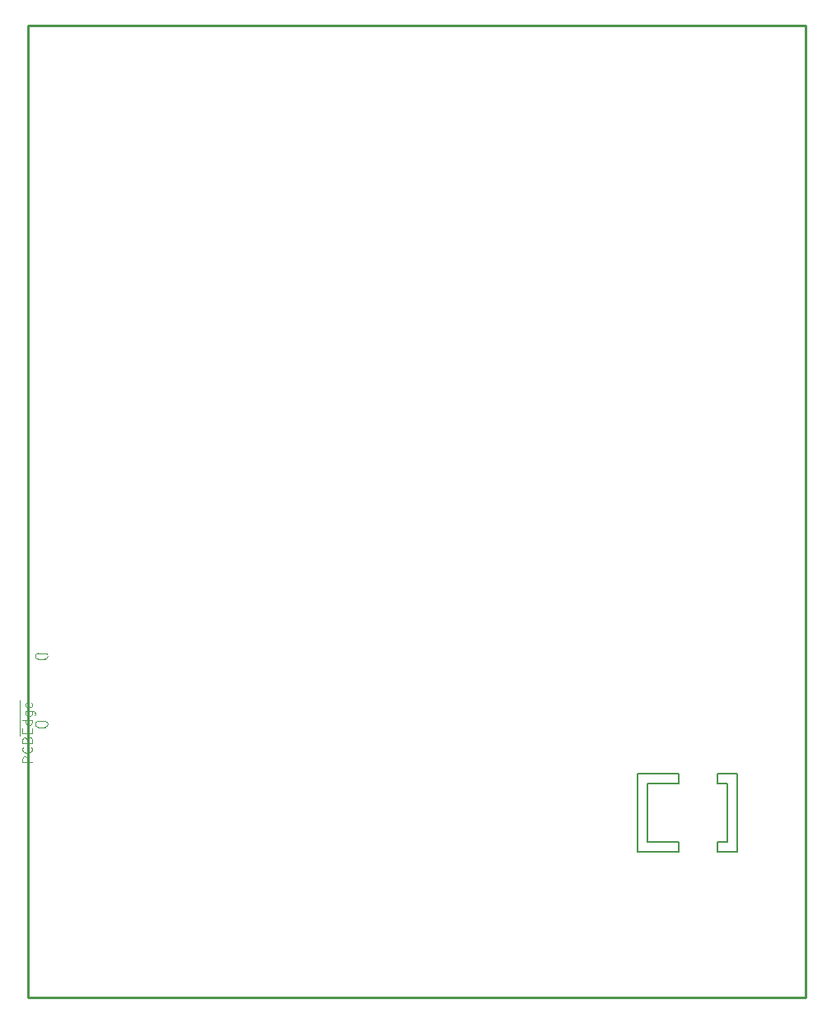
<source format=gbr>
G04 #@! TF.GenerationSoftware,KiCad,Pcbnew,5.1.5+dfsg1-2build2*
G04 #@! TF.CreationDate,2021-09-29T14:40:33+01:00*
G04 #@! TF.ProjectId,OSM_env01,4f534d5f-656e-4763-9031-2e6b69636164,B*
G04 #@! TF.SameCoordinates,Original*
G04 #@! TF.FileFunction,Glue,Bot*
G04 #@! TF.FilePolarity,Positive*
%FSLAX46Y46*%
G04 Gerber Fmt 4.6, Leading zero omitted, Abs format (unit mm)*
G04 Created by KiCad (PCBNEW 5.1.5+dfsg1-2build2) date 2021-09-29 14:40:33*
%MOMM*%
%LPD*%
G04 APERTURE LIST*
%ADD10C,0.150000*%
%ADD11C,0.254000*%
%ADD12C,0.050000*%
%ADD13C,0.100000*%
G04 APERTURE END LIST*
D10*
X155600000Y-113200000D02*
X155600000Y-105200000D01*
X153600000Y-105200000D02*
X155600000Y-105200000D01*
X153600000Y-113200000D02*
X153600000Y-112200000D01*
X153600000Y-113200000D02*
X155600000Y-113200000D01*
X145400000Y-113200000D02*
X145400000Y-105200000D01*
X153600000Y-106200000D02*
X153600000Y-105200000D01*
X149600000Y-106200000D02*
X149600000Y-105200000D01*
X149600000Y-113200000D02*
X145400000Y-113200000D01*
X149600000Y-112200000D02*
X149600000Y-113200000D01*
X147400000Y-112200000D02*
X149600000Y-112200000D01*
X147400000Y-106200000D02*
X149600000Y-106200000D01*
X146400000Y-106200000D02*
X147400000Y-106200000D01*
X146400000Y-112200000D02*
X146400000Y-106200000D01*
X147400000Y-112200000D02*
X146400000Y-112200000D01*
X149600000Y-105200000D02*
X145400000Y-105200000D01*
X153600000Y-112200000D02*
X154600000Y-112200000D01*
X153600000Y-106200000D02*
X154600000Y-106200000D01*
X154600000Y-112200000D02*
X154600000Y-106200000D01*
D11*
X162700000Y-128200000D02*
X162700000Y-28200000D01*
X82700000Y-128200000D02*
X82700000Y-28200000D01*
X82700000Y-28200000D02*
X162700000Y-28200000D01*
X82700000Y-128200000D02*
X162700000Y-128200000D01*
D12*
X83149820Y-104005299D02*
X82149820Y-104005299D01*
X82149820Y-103624346D01*
X82197440Y-103529108D01*
X82245059Y-103481489D01*
X82340297Y-103433870D01*
X82483154Y-103433870D01*
X82578392Y-103481489D01*
X82626011Y-103529108D01*
X82673630Y-103624346D01*
X82673630Y-104005299D01*
X83054582Y-102433870D02*
X83102201Y-102481489D01*
X83149820Y-102624346D01*
X83149820Y-102719584D01*
X83102201Y-102862441D01*
X83006963Y-102957680D01*
X82911725Y-103005299D01*
X82721249Y-103052918D01*
X82578392Y-103052918D01*
X82387916Y-103005299D01*
X82292678Y-102957680D01*
X82197440Y-102862441D01*
X82149820Y-102719584D01*
X82149820Y-102624346D01*
X82197440Y-102481489D01*
X82245059Y-102433870D01*
X82626011Y-101671965D02*
X82673630Y-101529108D01*
X82721249Y-101481489D01*
X82816487Y-101433870D01*
X82959344Y-101433870D01*
X83054582Y-101481489D01*
X83102201Y-101529108D01*
X83149820Y-101624346D01*
X83149820Y-102005299D01*
X82149820Y-102005299D01*
X82149820Y-101671965D01*
X82197440Y-101576727D01*
X82245059Y-101529108D01*
X82340297Y-101481489D01*
X82435535Y-101481489D01*
X82530773Y-101529108D01*
X82578392Y-101576727D01*
X82626011Y-101671965D01*
X82626011Y-102005299D01*
X81912440Y-101243394D02*
X81912440Y-100338632D01*
X82626011Y-101005299D02*
X82626011Y-100671965D01*
X83149820Y-100529108D02*
X83149820Y-101005299D01*
X82149820Y-101005299D01*
X82149820Y-100529108D01*
X81912440Y-100338632D02*
X81912440Y-99433870D01*
X83149820Y-99671965D02*
X82149820Y-99671965D01*
X83102201Y-99671965D02*
X83149820Y-99767203D01*
X83149820Y-99957680D01*
X83102201Y-100052918D01*
X83054582Y-100100537D01*
X82959344Y-100148156D01*
X82673630Y-100148156D01*
X82578392Y-100100537D01*
X82530773Y-100052918D01*
X82483154Y-99957680D01*
X82483154Y-99767203D01*
X82530773Y-99671965D01*
X81912440Y-99433870D02*
X81912440Y-98529108D01*
X82483154Y-98767203D02*
X83292678Y-98767203D01*
X83387916Y-98814822D01*
X83435535Y-98862441D01*
X83483154Y-98957680D01*
X83483154Y-99100537D01*
X83435535Y-99195775D01*
X83102201Y-98767203D02*
X83149820Y-98862441D01*
X83149820Y-99052918D01*
X83102201Y-99148156D01*
X83054582Y-99195775D01*
X82959344Y-99243394D01*
X82673630Y-99243394D01*
X82578392Y-99195775D01*
X82530773Y-99148156D01*
X82483154Y-99052918D01*
X82483154Y-98862441D01*
X82530773Y-98767203D01*
X81912440Y-98529108D02*
X81912440Y-97671965D01*
X83102201Y-97910060D02*
X83149820Y-98005299D01*
X83149820Y-98195775D01*
X83102201Y-98291013D01*
X83006963Y-98338632D01*
X82626011Y-98338632D01*
X82530773Y-98291013D01*
X82483154Y-98195775D01*
X82483154Y-98005299D01*
X82530773Y-97910060D01*
X82626011Y-97862441D01*
X82721249Y-97862441D01*
X82816487Y-98338632D01*
D13*
X84500000Y-92800000D02*
G75*
G02X84500000Y-93400000I0J-300000D01*
G01*
X83800000Y-92800000D02*
X84500000Y-92800000D01*
X84500000Y-93400000D02*
X83800000Y-93400000D01*
X83800000Y-93400000D02*
G75*
G02X83800000Y-92800000I0J300000D01*
G01*
X84500000Y-99800000D02*
G75*
G02X84500000Y-100400000I0J-300000D01*
G01*
X83800000Y-99800000D02*
X84500000Y-99800000D01*
X84500000Y-100400000D02*
X83800000Y-100400000D01*
X83800000Y-100400000D02*
G75*
G02X83800000Y-99800000I0J300000D01*
G01*
M02*

</source>
